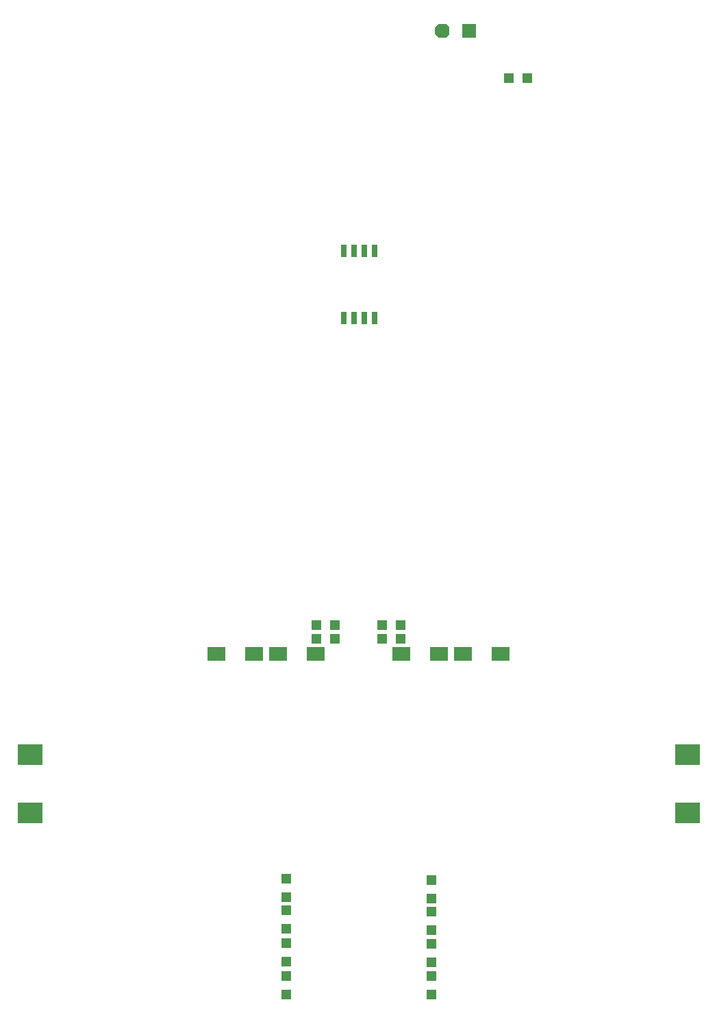
<source format=gtp>
G04*
G04 #@! TF.GenerationSoftware,Altium Limited,Altium Designer,20.0.13 (296)*
G04*
G04 Layer_Color=8421504*
%FSLAX44Y44*%
%MOMM*%
G71*
G01*
G75*
%ADD17R,0.6500X1.5000*%
%ADD18R,1.2700X1.2700*%
%ADD19R,1.7780X1.6510*%
G04:AMPARAMS|DCode=20|XSize=1.778mm|YSize=1.651mm|CornerRadius=0mm|HoleSize=0mm|Usage=FLASHONLY|Rotation=0.000|XOffset=0mm|YOffset=0mm|HoleType=Round|Shape=Octagon|*
%AMOCTAGOND20*
4,1,8,0.8890,-0.4128,0.8890,0.4128,0.4763,0.8255,-0.4763,0.8255,-0.8890,0.4128,-0.8890,-0.4128,-0.4763,-0.8255,0.4763,-0.8255,0.8890,-0.4128,0.0*
%
%ADD20OCTAGOND20*%

%ADD21R,1.2700X1.2700*%
%ADD22R,2.2000X1.7500*%
%ADD23R,3.1500X2.6000*%
D17*
X7112Y866588D02*
D03*
X19812D02*
D03*
Y949588D02*
D03*
X-5588Y866588D02*
D03*
X-18288D02*
D03*
X7112Y949588D02*
D03*
X-5588D02*
D03*
X-18288D02*
D03*
D18*
X90122Y133111D02*
D03*
Y110251D02*
D03*
Y172001D02*
D03*
Y149141D02*
D03*
X90072Y93111D02*
D03*
Y70251D02*
D03*
X-89120Y71172D02*
D03*
Y94032D02*
D03*
X-89120Y134462D02*
D03*
Y111602D02*
D03*
X90122Y30718D02*
D03*
Y53578D02*
D03*
X-89120D02*
D03*
Y30718D02*
D03*
X-89120Y173462D02*
D03*
Y150602D02*
D03*
D19*
X136399Y1220978D02*
D03*
D20*
X103379D02*
D03*
D21*
X185420Y1162304D02*
D03*
X208280D02*
D03*
X29210Y486956D02*
D03*
X52070D02*
D03*
X-29464Y487210D02*
D03*
X-52324D02*
D03*
X-29464Y470446D02*
D03*
X-52324D02*
D03*
X28956Y470192D02*
D03*
X51816D02*
D03*
D22*
X-99200Y451396D02*
D03*
X-53200D02*
D03*
X-129400D02*
D03*
X-175400D02*
D03*
X129400D02*
D03*
X175400D02*
D03*
X53200D02*
D03*
X99200D02*
D03*
D23*
X-406400Y326614D02*
D03*
Y254614D02*
D03*
X406400Y254614D02*
D03*
Y326614D02*
D03*
M02*

</source>
